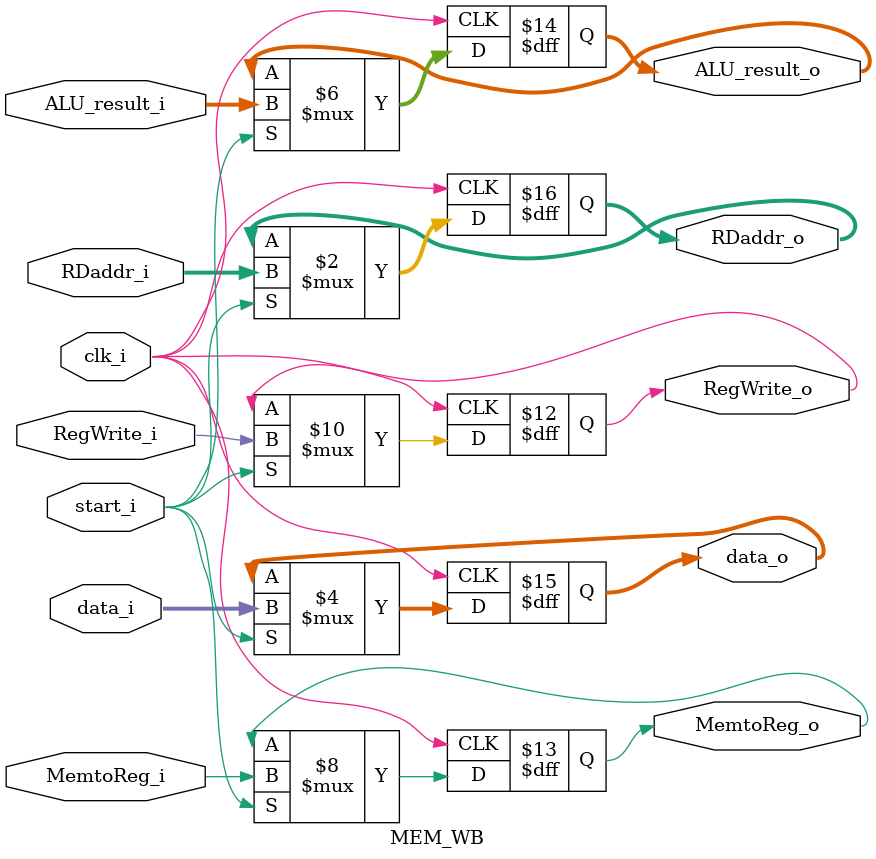
<source format=v>
module MEM_WB
(
    clk_i,
    start_i,
    RegWrite_i,
    MemtoReg_i,
    ALU_result_i,
    data_i,
    RDaddr_i, 
    RegWrite_o,
    MemtoReg_o,
    ALU_result_o,
    data_o,
    RDaddr_o, 
);

input   clk_i;
input   start_i;
input   RegWrite_i;
input   MemtoReg_i;
input   [31:0]  ALU_result_i;
input   [31:0]  data_i;
input   [4:0]   RDaddr_i;
output   RegWrite_o;
output   MemtoReg_o;
output  [31:0]  ALU_result_o;
output  [31:0]  data_o;
output  [4:0]   RDaddr_o;

reg             RegWrite_o;
reg             MemtoReg_o;
reg     [31:0]  ALU_result_o;
reg     [31:0]  data_o;
reg     [4:0]   RDaddr_o;

always@(posedge clk_i) begin
    if(start_i)begin
        RegWrite_o <= RegWrite_i;
        MemtoReg_o <= MemtoReg_i;
        ALU_result_o <= ALU_result_i;
        data_o <= data_i;
        RDaddr_o <= RDaddr_i;
    end
end



endmodule
</source>
